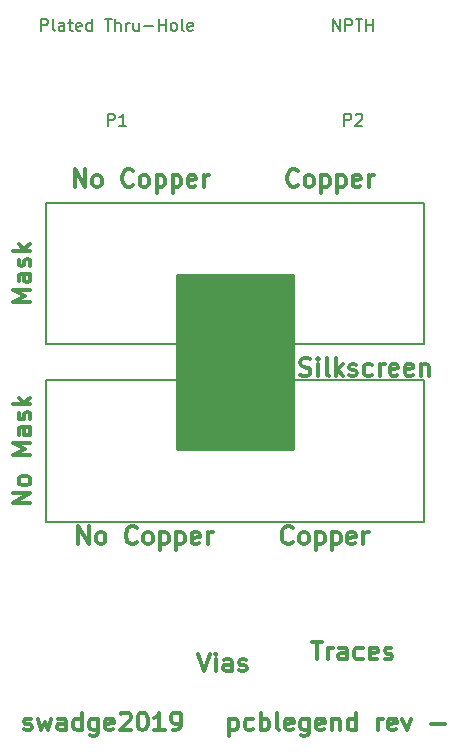
<source format=gto>
G04 #@! TF.FileFunction,Legend,Top*
%FSLAX46Y46*%
G04 Gerber Fmt 4.6, Leading zero omitted, Abs format (unit mm)*
G04 Created by KiCad (PCBNEW 4.0.2+dfsg1-stable) date Tue 20 Nov 2018 02:17:26 PM EST*
%MOMM*%
G01*
G04 APERTURE LIST*
%ADD10C,0.100000*%
%ADD11C,0.300000*%
%ADD12C,0.200000*%
%ADD13C,0.150000*%
%ADD14C,0.254000*%
G04 APERTURE END LIST*
D10*
D11*
X137178573Y-158607143D02*
X137321430Y-158678571D01*
X137607145Y-158678571D01*
X137750002Y-158607143D01*
X137821430Y-158464286D01*
X137821430Y-158392857D01*
X137750002Y-158250000D01*
X137607145Y-158178571D01*
X137392859Y-158178571D01*
X137250002Y-158107143D01*
X137178573Y-157964286D01*
X137178573Y-157892857D01*
X137250002Y-157750000D01*
X137392859Y-157678571D01*
X137607145Y-157678571D01*
X137750002Y-157750000D01*
X138321431Y-157678571D02*
X138607145Y-158678571D01*
X138892859Y-157964286D01*
X139178574Y-158678571D01*
X139464288Y-157678571D01*
X140678574Y-158678571D02*
X140678574Y-157892857D01*
X140607145Y-157750000D01*
X140464288Y-157678571D01*
X140178574Y-157678571D01*
X140035717Y-157750000D01*
X140678574Y-158607143D02*
X140535717Y-158678571D01*
X140178574Y-158678571D01*
X140035717Y-158607143D01*
X139964288Y-158464286D01*
X139964288Y-158321429D01*
X140035717Y-158178571D01*
X140178574Y-158107143D01*
X140535717Y-158107143D01*
X140678574Y-158035714D01*
X142035717Y-158678571D02*
X142035717Y-157178571D01*
X142035717Y-158607143D02*
X141892860Y-158678571D01*
X141607146Y-158678571D01*
X141464288Y-158607143D01*
X141392860Y-158535714D01*
X141321431Y-158392857D01*
X141321431Y-157964286D01*
X141392860Y-157821429D01*
X141464288Y-157750000D01*
X141607146Y-157678571D01*
X141892860Y-157678571D01*
X142035717Y-157750000D01*
X143392860Y-157678571D02*
X143392860Y-158892857D01*
X143321431Y-159035714D01*
X143250003Y-159107143D01*
X143107146Y-159178571D01*
X142892860Y-159178571D01*
X142750003Y-159107143D01*
X143392860Y-158607143D02*
X143250003Y-158678571D01*
X142964289Y-158678571D01*
X142821431Y-158607143D01*
X142750003Y-158535714D01*
X142678574Y-158392857D01*
X142678574Y-157964286D01*
X142750003Y-157821429D01*
X142821431Y-157750000D01*
X142964289Y-157678571D01*
X143250003Y-157678571D01*
X143392860Y-157750000D01*
X144678574Y-158607143D02*
X144535717Y-158678571D01*
X144250003Y-158678571D01*
X144107146Y-158607143D01*
X144035717Y-158464286D01*
X144035717Y-157892857D01*
X144107146Y-157750000D01*
X144250003Y-157678571D01*
X144535717Y-157678571D01*
X144678574Y-157750000D01*
X144750003Y-157892857D01*
X144750003Y-158035714D01*
X144035717Y-158178571D01*
X145321431Y-157321429D02*
X145392860Y-157250000D01*
X145535717Y-157178571D01*
X145892860Y-157178571D01*
X146035717Y-157250000D01*
X146107146Y-157321429D01*
X146178574Y-157464286D01*
X146178574Y-157607143D01*
X146107146Y-157821429D01*
X145250003Y-158678571D01*
X146178574Y-158678571D01*
X147107145Y-157178571D02*
X147250002Y-157178571D01*
X147392859Y-157250000D01*
X147464288Y-157321429D01*
X147535717Y-157464286D01*
X147607145Y-157750000D01*
X147607145Y-158107143D01*
X147535717Y-158392857D01*
X147464288Y-158535714D01*
X147392859Y-158607143D01*
X147250002Y-158678571D01*
X147107145Y-158678571D01*
X146964288Y-158607143D01*
X146892859Y-158535714D01*
X146821431Y-158392857D01*
X146750002Y-158107143D01*
X146750002Y-157750000D01*
X146821431Y-157464286D01*
X146892859Y-157321429D01*
X146964288Y-157250000D01*
X147107145Y-157178571D01*
X149035716Y-158678571D02*
X148178573Y-158678571D01*
X148607145Y-158678571D02*
X148607145Y-157178571D01*
X148464288Y-157392857D01*
X148321430Y-157535714D01*
X148178573Y-157607143D01*
X149750001Y-158678571D02*
X150035716Y-158678571D01*
X150178573Y-158607143D01*
X150250001Y-158535714D01*
X150392859Y-158321429D01*
X150464287Y-158035714D01*
X150464287Y-157464286D01*
X150392859Y-157321429D01*
X150321430Y-157250000D01*
X150178573Y-157178571D01*
X149892859Y-157178571D01*
X149750001Y-157250000D01*
X149678573Y-157321429D01*
X149607144Y-157464286D01*
X149607144Y-157821429D01*
X149678573Y-157964286D01*
X149750001Y-158035714D01*
X149892859Y-158107143D01*
X150178573Y-158107143D01*
X150321430Y-158035714D01*
X150392859Y-157964286D01*
X150464287Y-157821429D01*
X154535715Y-157678571D02*
X154535715Y-159178571D01*
X154535715Y-157750000D02*
X154678572Y-157678571D01*
X154964286Y-157678571D01*
X155107143Y-157750000D01*
X155178572Y-157821429D01*
X155250001Y-157964286D01*
X155250001Y-158392857D01*
X155178572Y-158535714D01*
X155107143Y-158607143D01*
X154964286Y-158678571D01*
X154678572Y-158678571D01*
X154535715Y-158607143D01*
X156535715Y-158607143D02*
X156392858Y-158678571D01*
X156107144Y-158678571D01*
X155964286Y-158607143D01*
X155892858Y-158535714D01*
X155821429Y-158392857D01*
X155821429Y-157964286D01*
X155892858Y-157821429D01*
X155964286Y-157750000D01*
X156107144Y-157678571D01*
X156392858Y-157678571D01*
X156535715Y-157750000D01*
X157178572Y-158678571D02*
X157178572Y-157178571D01*
X157178572Y-157750000D02*
X157321429Y-157678571D01*
X157607143Y-157678571D01*
X157750000Y-157750000D01*
X157821429Y-157821429D01*
X157892858Y-157964286D01*
X157892858Y-158392857D01*
X157821429Y-158535714D01*
X157750000Y-158607143D01*
X157607143Y-158678571D01*
X157321429Y-158678571D01*
X157178572Y-158607143D01*
X158750001Y-158678571D02*
X158607143Y-158607143D01*
X158535715Y-158464286D01*
X158535715Y-157178571D01*
X159892857Y-158607143D02*
X159750000Y-158678571D01*
X159464286Y-158678571D01*
X159321429Y-158607143D01*
X159250000Y-158464286D01*
X159250000Y-157892857D01*
X159321429Y-157750000D01*
X159464286Y-157678571D01*
X159750000Y-157678571D01*
X159892857Y-157750000D01*
X159964286Y-157892857D01*
X159964286Y-158035714D01*
X159250000Y-158178571D01*
X161250000Y-157678571D02*
X161250000Y-158892857D01*
X161178571Y-159035714D01*
X161107143Y-159107143D01*
X160964286Y-159178571D01*
X160750000Y-159178571D01*
X160607143Y-159107143D01*
X161250000Y-158607143D02*
X161107143Y-158678571D01*
X160821429Y-158678571D01*
X160678571Y-158607143D01*
X160607143Y-158535714D01*
X160535714Y-158392857D01*
X160535714Y-157964286D01*
X160607143Y-157821429D01*
X160678571Y-157750000D01*
X160821429Y-157678571D01*
X161107143Y-157678571D01*
X161250000Y-157750000D01*
X162535714Y-158607143D02*
X162392857Y-158678571D01*
X162107143Y-158678571D01*
X161964286Y-158607143D01*
X161892857Y-158464286D01*
X161892857Y-157892857D01*
X161964286Y-157750000D01*
X162107143Y-157678571D01*
X162392857Y-157678571D01*
X162535714Y-157750000D01*
X162607143Y-157892857D01*
X162607143Y-158035714D01*
X161892857Y-158178571D01*
X163250000Y-157678571D02*
X163250000Y-158678571D01*
X163250000Y-157821429D02*
X163321428Y-157750000D01*
X163464286Y-157678571D01*
X163678571Y-157678571D01*
X163821428Y-157750000D01*
X163892857Y-157892857D01*
X163892857Y-158678571D01*
X165250000Y-158678571D02*
X165250000Y-157178571D01*
X165250000Y-158607143D02*
X165107143Y-158678571D01*
X164821429Y-158678571D01*
X164678571Y-158607143D01*
X164607143Y-158535714D01*
X164535714Y-158392857D01*
X164535714Y-157964286D01*
X164607143Y-157821429D01*
X164678571Y-157750000D01*
X164821429Y-157678571D01*
X165107143Y-157678571D01*
X165250000Y-157750000D01*
X167107143Y-158678571D02*
X167107143Y-157678571D01*
X167107143Y-157964286D02*
X167178571Y-157821429D01*
X167250000Y-157750000D01*
X167392857Y-157678571D01*
X167535714Y-157678571D01*
X168607142Y-158607143D02*
X168464285Y-158678571D01*
X168178571Y-158678571D01*
X168035714Y-158607143D01*
X167964285Y-158464286D01*
X167964285Y-157892857D01*
X168035714Y-157750000D01*
X168178571Y-157678571D01*
X168464285Y-157678571D01*
X168607142Y-157750000D01*
X168678571Y-157892857D01*
X168678571Y-158035714D01*
X167964285Y-158178571D01*
X169178571Y-157678571D02*
X169535714Y-158678571D01*
X169892856Y-157678571D01*
X171607142Y-158107143D02*
X172749999Y-158107143D01*
X151857143Y-152178571D02*
X152357143Y-153678571D01*
X152857143Y-152178571D01*
X153357143Y-153678571D02*
X153357143Y-152678571D01*
X153357143Y-152178571D02*
X153285714Y-152250000D01*
X153357143Y-152321429D01*
X153428571Y-152250000D01*
X153357143Y-152178571D01*
X153357143Y-152321429D01*
X154714286Y-153678571D02*
X154714286Y-152892857D01*
X154642857Y-152750000D01*
X154500000Y-152678571D01*
X154214286Y-152678571D01*
X154071429Y-152750000D01*
X154714286Y-153607143D02*
X154571429Y-153678571D01*
X154214286Y-153678571D01*
X154071429Y-153607143D01*
X154000000Y-153464286D01*
X154000000Y-153321429D01*
X154071429Y-153178571D01*
X154214286Y-153107143D01*
X154571429Y-153107143D01*
X154714286Y-153035714D01*
X155357143Y-153607143D02*
X155500000Y-153678571D01*
X155785715Y-153678571D01*
X155928572Y-153607143D01*
X156000000Y-153464286D01*
X156000000Y-153392857D01*
X155928572Y-153250000D01*
X155785715Y-153178571D01*
X155571429Y-153178571D01*
X155428572Y-153107143D01*
X155357143Y-152964286D01*
X155357143Y-152892857D01*
X155428572Y-152750000D01*
X155571429Y-152678571D01*
X155785715Y-152678571D01*
X155928572Y-152750000D01*
X161535715Y-151178571D02*
X162392858Y-151178571D01*
X161964287Y-152678571D02*
X161964287Y-151178571D01*
X162892858Y-152678571D02*
X162892858Y-151678571D01*
X162892858Y-151964286D02*
X162964286Y-151821429D01*
X163035715Y-151750000D01*
X163178572Y-151678571D01*
X163321429Y-151678571D01*
X164464286Y-152678571D02*
X164464286Y-151892857D01*
X164392857Y-151750000D01*
X164250000Y-151678571D01*
X163964286Y-151678571D01*
X163821429Y-151750000D01*
X164464286Y-152607143D02*
X164321429Y-152678571D01*
X163964286Y-152678571D01*
X163821429Y-152607143D01*
X163750000Y-152464286D01*
X163750000Y-152321429D01*
X163821429Y-152178571D01*
X163964286Y-152107143D01*
X164321429Y-152107143D01*
X164464286Y-152035714D01*
X165821429Y-152607143D02*
X165678572Y-152678571D01*
X165392858Y-152678571D01*
X165250000Y-152607143D01*
X165178572Y-152535714D01*
X165107143Y-152392857D01*
X165107143Y-151964286D01*
X165178572Y-151821429D01*
X165250000Y-151750000D01*
X165392858Y-151678571D01*
X165678572Y-151678571D01*
X165821429Y-151750000D01*
X167035714Y-152607143D02*
X166892857Y-152678571D01*
X166607143Y-152678571D01*
X166464286Y-152607143D01*
X166392857Y-152464286D01*
X166392857Y-151892857D01*
X166464286Y-151750000D01*
X166607143Y-151678571D01*
X166892857Y-151678571D01*
X167035714Y-151750000D01*
X167107143Y-151892857D01*
X167107143Y-152035714D01*
X166392857Y-152178571D01*
X167678571Y-152607143D02*
X167821428Y-152678571D01*
X168107143Y-152678571D01*
X168250000Y-152607143D01*
X168321428Y-152464286D01*
X168321428Y-152392857D01*
X168250000Y-152250000D01*
X168107143Y-152178571D01*
X167892857Y-152178571D01*
X167750000Y-152107143D01*
X167678571Y-151964286D01*
X167678571Y-151892857D01*
X167750000Y-151750000D01*
X167892857Y-151678571D01*
X168107143Y-151678571D01*
X168250000Y-151750000D01*
X141428572Y-112678571D02*
X141428572Y-111178571D01*
X142285715Y-112678571D01*
X142285715Y-111178571D01*
X143214287Y-112678571D02*
X143071429Y-112607143D01*
X143000001Y-112535714D01*
X142928572Y-112392857D01*
X142928572Y-111964286D01*
X143000001Y-111821429D01*
X143071429Y-111750000D01*
X143214287Y-111678571D01*
X143428572Y-111678571D01*
X143571429Y-111750000D01*
X143642858Y-111821429D01*
X143714287Y-111964286D01*
X143714287Y-112392857D01*
X143642858Y-112535714D01*
X143571429Y-112607143D01*
X143428572Y-112678571D01*
X143214287Y-112678571D01*
X146357144Y-112535714D02*
X146285715Y-112607143D01*
X146071429Y-112678571D01*
X145928572Y-112678571D01*
X145714287Y-112607143D01*
X145571429Y-112464286D01*
X145500001Y-112321429D01*
X145428572Y-112035714D01*
X145428572Y-111821429D01*
X145500001Y-111535714D01*
X145571429Y-111392857D01*
X145714287Y-111250000D01*
X145928572Y-111178571D01*
X146071429Y-111178571D01*
X146285715Y-111250000D01*
X146357144Y-111321429D01*
X147214287Y-112678571D02*
X147071429Y-112607143D01*
X147000001Y-112535714D01*
X146928572Y-112392857D01*
X146928572Y-111964286D01*
X147000001Y-111821429D01*
X147071429Y-111750000D01*
X147214287Y-111678571D01*
X147428572Y-111678571D01*
X147571429Y-111750000D01*
X147642858Y-111821429D01*
X147714287Y-111964286D01*
X147714287Y-112392857D01*
X147642858Y-112535714D01*
X147571429Y-112607143D01*
X147428572Y-112678571D01*
X147214287Y-112678571D01*
X148357144Y-111678571D02*
X148357144Y-113178571D01*
X148357144Y-111750000D02*
X148500001Y-111678571D01*
X148785715Y-111678571D01*
X148928572Y-111750000D01*
X149000001Y-111821429D01*
X149071430Y-111964286D01*
X149071430Y-112392857D01*
X149000001Y-112535714D01*
X148928572Y-112607143D01*
X148785715Y-112678571D01*
X148500001Y-112678571D01*
X148357144Y-112607143D01*
X149714287Y-111678571D02*
X149714287Y-113178571D01*
X149714287Y-111750000D02*
X149857144Y-111678571D01*
X150142858Y-111678571D01*
X150285715Y-111750000D01*
X150357144Y-111821429D01*
X150428573Y-111964286D01*
X150428573Y-112392857D01*
X150357144Y-112535714D01*
X150285715Y-112607143D01*
X150142858Y-112678571D01*
X149857144Y-112678571D01*
X149714287Y-112607143D01*
X151642858Y-112607143D02*
X151500001Y-112678571D01*
X151214287Y-112678571D01*
X151071430Y-112607143D01*
X151000001Y-112464286D01*
X151000001Y-111892857D01*
X151071430Y-111750000D01*
X151214287Y-111678571D01*
X151500001Y-111678571D01*
X151642858Y-111750000D01*
X151714287Y-111892857D01*
X151714287Y-112035714D01*
X151000001Y-112178571D01*
X152357144Y-112678571D02*
X152357144Y-111678571D01*
X152357144Y-111964286D02*
X152428572Y-111821429D01*
X152500001Y-111750000D01*
X152642858Y-111678571D01*
X152785715Y-111678571D01*
X160321429Y-112535714D02*
X160250000Y-112607143D01*
X160035714Y-112678571D01*
X159892857Y-112678571D01*
X159678572Y-112607143D01*
X159535714Y-112464286D01*
X159464286Y-112321429D01*
X159392857Y-112035714D01*
X159392857Y-111821429D01*
X159464286Y-111535714D01*
X159535714Y-111392857D01*
X159678572Y-111250000D01*
X159892857Y-111178571D01*
X160035714Y-111178571D01*
X160250000Y-111250000D01*
X160321429Y-111321429D01*
X161178572Y-112678571D02*
X161035714Y-112607143D01*
X160964286Y-112535714D01*
X160892857Y-112392857D01*
X160892857Y-111964286D01*
X160964286Y-111821429D01*
X161035714Y-111750000D01*
X161178572Y-111678571D01*
X161392857Y-111678571D01*
X161535714Y-111750000D01*
X161607143Y-111821429D01*
X161678572Y-111964286D01*
X161678572Y-112392857D01*
X161607143Y-112535714D01*
X161535714Y-112607143D01*
X161392857Y-112678571D01*
X161178572Y-112678571D01*
X162321429Y-111678571D02*
X162321429Y-113178571D01*
X162321429Y-111750000D02*
X162464286Y-111678571D01*
X162750000Y-111678571D01*
X162892857Y-111750000D01*
X162964286Y-111821429D01*
X163035715Y-111964286D01*
X163035715Y-112392857D01*
X162964286Y-112535714D01*
X162892857Y-112607143D01*
X162750000Y-112678571D01*
X162464286Y-112678571D01*
X162321429Y-112607143D01*
X163678572Y-111678571D02*
X163678572Y-113178571D01*
X163678572Y-111750000D02*
X163821429Y-111678571D01*
X164107143Y-111678571D01*
X164250000Y-111750000D01*
X164321429Y-111821429D01*
X164392858Y-111964286D01*
X164392858Y-112392857D01*
X164321429Y-112535714D01*
X164250000Y-112607143D01*
X164107143Y-112678571D01*
X163821429Y-112678571D01*
X163678572Y-112607143D01*
X165607143Y-112607143D02*
X165464286Y-112678571D01*
X165178572Y-112678571D01*
X165035715Y-112607143D01*
X164964286Y-112464286D01*
X164964286Y-111892857D01*
X165035715Y-111750000D01*
X165178572Y-111678571D01*
X165464286Y-111678571D01*
X165607143Y-111750000D01*
X165678572Y-111892857D01*
X165678572Y-112035714D01*
X164964286Y-112178571D01*
X166321429Y-112678571D02*
X166321429Y-111678571D01*
X166321429Y-111964286D02*
X166392857Y-111821429D01*
X166464286Y-111750000D01*
X166607143Y-111678571D01*
X166750000Y-111678571D01*
X159881429Y-142775714D02*
X159810000Y-142847143D01*
X159595714Y-142918571D01*
X159452857Y-142918571D01*
X159238572Y-142847143D01*
X159095714Y-142704286D01*
X159024286Y-142561429D01*
X158952857Y-142275714D01*
X158952857Y-142061429D01*
X159024286Y-141775714D01*
X159095714Y-141632857D01*
X159238572Y-141490000D01*
X159452857Y-141418571D01*
X159595714Y-141418571D01*
X159810000Y-141490000D01*
X159881429Y-141561429D01*
X160738572Y-142918571D02*
X160595714Y-142847143D01*
X160524286Y-142775714D01*
X160452857Y-142632857D01*
X160452857Y-142204286D01*
X160524286Y-142061429D01*
X160595714Y-141990000D01*
X160738572Y-141918571D01*
X160952857Y-141918571D01*
X161095714Y-141990000D01*
X161167143Y-142061429D01*
X161238572Y-142204286D01*
X161238572Y-142632857D01*
X161167143Y-142775714D01*
X161095714Y-142847143D01*
X160952857Y-142918571D01*
X160738572Y-142918571D01*
X161881429Y-141918571D02*
X161881429Y-143418571D01*
X161881429Y-141990000D02*
X162024286Y-141918571D01*
X162310000Y-141918571D01*
X162452857Y-141990000D01*
X162524286Y-142061429D01*
X162595715Y-142204286D01*
X162595715Y-142632857D01*
X162524286Y-142775714D01*
X162452857Y-142847143D01*
X162310000Y-142918571D01*
X162024286Y-142918571D01*
X161881429Y-142847143D01*
X163238572Y-141918571D02*
X163238572Y-143418571D01*
X163238572Y-141990000D02*
X163381429Y-141918571D01*
X163667143Y-141918571D01*
X163810000Y-141990000D01*
X163881429Y-142061429D01*
X163952858Y-142204286D01*
X163952858Y-142632857D01*
X163881429Y-142775714D01*
X163810000Y-142847143D01*
X163667143Y-142918571D01*
X163381429Y-142918571D01*
X163238572Y-142847143D01*
X165167143Y-142847143D02*
X165024286Y-142918571D01*
X164738572Y-142918571D01*
X164595715Y-142847143D01*
X164524286Y-142704286D01*
X164524286Y-142132857D01*
X164595715Y-141990000D01*
X164738572Y-141918571D01*
X165024286Y-141918571D01*
X165167143Y-141990000D01*
X165238572Y-142132857D01*
X165238572Y-142275714D01*
X164524286Y-142418571D01*
X165881429Y-142918571D02*
X165881429Y-141918571D01*
X165881429Y-142204286D02*
X165952857Y-142061429D01*
X166024286Y-141990000D01*
X166167143Y-141918571D01*
X166310000Y-141918571D01*
X141748572Y-142918571D02*
X141748572Y-141418571D01*
X142605715Y-142918571D01*
X142605715Y-141418571D01*
X143534287Y-142918571D02*
X143391429Y-142847143D01*
X143320001Y-142775714D01*
X143248572Y-142632857D01*
X143248572Y-142204286D01*
X143320001Y-142061429D01*
X143391429Y-141990000D01*
X143534287Y-141918571D01*
X143748572Y-141918571D01*
X143891429Y-141990000D01*
X143962858Y-142061429D01*
X144034287Y-142204286D01*
X144034287Y-142632857D01*
X143962858Y-142775714D01*
X143891429Y-142847143D01*
X143748572Y-142918571D01*
X143534287Y-142918571D01*
X146677144Y-142775714D02*
X146605715Y-142847143D01*
X146391429Y-142918571D01*
X146248572Y-142918571D01*
X146034287Y-142847143D01*
X145891429Y-142704286D01*
X145820001Y-142561429D01*
X145748572Y-142275714D01*
X145748572Y-142061429D01*
X145820001Y-141775714D01*
X145891429Y-141632857D01*
X146034287Y-141490000D01*
X146248572Y-141418571D01*
X146391429Y-141418571D01*
X146605715Y-141490000D01*
X146677144Y-141561429D01*
X147534287Y-142918571D02*
X147391429Y-142847143D01*
X147320001Y-142775714D01*
X147248572Y-142632857D01*
X147248572Y-142204286D01*
X147320001Y-142061429D01*
X147391429Y-141990000D01*
X147534287Y-141918571D01*
X147748572Y-141918571D01*
X147891429Y-141990000D01*
X147962858Y-142061429D01*
X148034287Y-142204286D01*
X148034287Y-142632857D01*
X147962858Y-142775714D01*
X147891429Y-142847143D01*
X147748572Y-142918571D01*
X147534287Y-142918571D01*
X148677144Y-141918571D02*
X148677144Y-143418571D01*
X148677144Y-141990000D02*
X148820001Y-141918571D01*
X149105715Y-141918571D01*
X149248572Y-141990000D01*
X149320001Y-142061429D01*
X149391430Y-142204286D01*
X149391430Y-142632857D01*
X149320001Y-142775714D01*
X149248572Y-142847143D01*
X149105715Y-142918571D01*
X148820001Y-142918571D01*
X148677144Y-142847143D01*
X150034287Y-141918571D02*
X150034287Y-143418571D01*
X150034287Y-141990000D02*
X150177144Y-141918571D01*
X150462858Y-141918571D01*
X150605715Y-141990000D01*
X150677144Y-142061429D01*
X150748573Y-142204286D01*
X150748573Y-142632857D01*
X150677144Y-142775714D01*
X150605715Y-142847143D01*
X150462858Y-142918571D01*
X150177144Y-142918571D01*
X150034287Y-142847143D01*
X151962858Y-142847143D02*
X151820001Y-142918571D01*
X151534287Y-142918571D01*
X151391430Y-142847143D01*
X151320001Y-142704286D01*
X151320001Y-142132857D01*
X151391430Y-141990000D01*
X151534287Y-141918571D01*
X151820001Y-141918571D01*
X151962858Y-141990000D01*
X152034287Y-142132857D01*
X152034287Y-142275714D01*
X151320001Y-142418571D01*
X152677144Y-142918571D02*
X152677144Y-141918571D01*
X152677144Y-142204286D02*
X152748572Y-142061429D01*
X152820001Y-141990000D01*
X152962858Y-141918571D01*
X153105715Y-141918571D01*
X160535715Y-128607143D02*
X160750001Y-128678571D01*
X161107144Y-128678571D01*
X161250001Y-128607143D01*
X161321430Y-128535714D01*
X161392858Y-128392857D01*
X161392858Y-128250000D01*
X161321430Y-128107143D01*
X161250001Y-128035714D01*
X161107144Y-127964286D01*
X160821430Y-127892857D01*
X160678572Y-127821429D01*
X160607144Y-127750000D01*
X160535715Y-127607143D01*
X160535715Y-127464286D01*
X160607144Y-127321429D01*
X160678572Y-127250000D01*
X160821430Y-127178571D01*
X161178572Y-127178571D01*
X161392858Y-127250000D01*
X162035715Y-128678571D02*
X162035715Y-127678571D01*
X162035715Y-127178571D02*
X161964286Y-127250000D01*
X162035715Y-127321429D01*
X162107143Y-127250000D01*
X162035715Y-127178571D01*
X162035715Y-127321429D01*
X162964287Y-128678571D02*
X162821429Y-128607143D01*
X162750001Y-128464286D01*
X162750001Y-127178571D01*
X163535715Y-128678571D02*
X163535715Y-127178571D01*
X163678572Y-128107143D02*
X164107143Y-128678571D01*
X164107143Y-127678571D02*
X163535715Y-128250000D01*
X164678572Y-128607143D02*
X164821429Y-128678571D01*
X165107144Y-128678571D01*
X165250001Y-128607143D01*
X165321429Y-128464286D01*
X165321429Y-128392857D01*
X165250001Y-128250000D01*
X165107144Y-128178571D01*
X164892858Y-128178571D01*
X164750001Y-128107143D01*
X164678572Y-127964286D01*
X164678572Y-127892857D01*
X164750001Y-127750000D01*
X164892858Y-127678571D01*
X165107144Y-127678571D01*
X165250001Y-127750000D01*
X166607144Y-128607143D02*
X166464287Y-128678571D01*
X166178573Y-128678571D01*
X166035715Y-128607143D01*
X165964287Y-128535714D01*
X165892858Y-128392857D01*
X165892858Y-127964286D01*
X165964287Y-127821429D01*
X166035715Y-127750000D01*
X166178573Y-127678571D01*
X166464287Y-127678571D01*
X166607144Y-127750000D01*
X167250001Y-128678571D02*
X167250001Y-127678571D01*
X167250001Y-127964286D02*
X167321429Y-127821429D01*
X167392858Y-127750000D01*
X167535715Y-127678571D01*
X167678572Y-127678571D01*
X168750000Y-128607143D02*
X168607143Y-128678571D01*
X168321429Y-128678571D01*
X168178572Y-128607143D01*
X168107143Y-128464286D01*
X168107143Y-127892857D01*
X168178572Y-127750000D01*
X168321429Y-127678571D01*
X168607143Y-127678571D01*
X168750000Y-127750000D01*
X168821429Y-127892857D01*
X168821429Y-128035714D01*
X168107143Y-128178571D01*
X170035714Y-128607143D02*
X169892857Y-128678571D01*
X169607143Y-128678571D01*
X169464286Y-128607143D01*
X169392857Y-128464286D01*
X169392857Y-127892857D01*
X169464286Y-127750000D01*
X169607143Y-127678571D01*
X169892857Y-127678571D01*
X170035714Y-127750000D01*
X170107143Y-127892857D01*
X170107143Y-128035714D01*
X169392857Y-128178571D01*
X170750000Y-127678571D02*
X170750000Y-128678571D01*
X170750000Y-127821429D02*
X170821428Y-127750000D01*
X170964286Y-127678571D01*
X171178571Y-127678571D01*
X171321428Y-127750000D01*
X171392857Y-127892857D01*
X171392857Y-128678571D01*
X137678571Y-139428572D02*
X136178571Y-139428572D01*
X137678571Y-138571429D01*
X136178571Y-138571429D01*
X137678571Y-137642857D02*
X137607143Y-137785715D01*
X137535714Y-137857143D01*
X137392857Y-137928572D01*
X136964286Y-137928572D01*
X136821429Y-137857143D01*
X136750000Y-137785715D01*
X136678571Y-137642857D01*
X136678571Y-137428572D01*
X136750000Y-137285715D01*
X136821429Y-137214286D01*
X136964286Y-137142857D01*
X137392857Y-137142857D01*
X137535714Y-137214286D01*
X137607143Y-137285715D01*
X137678571Y-137428572D01*
X137678571Y-137642857D01*
X137678571Y-135357143D02*
X136178571Y-135357143D01*
X137250000Y-134857143D01*
X136178571Y-134357143D01*
X137678571Y-134357143D01*
X137678571Y-133000000D02*
X136892857Y-133000000D01*
X136750000Y-133071429D01*
X136678571Y-133214286D01*
X136678571Y-133500000D01*
X136750000Y-133642857D01*
X137607143Y-133000000D02*
X137678571Y-133142857D01*
X137678571Y-133500000D01*
X137607143Y-133642857D01*
X137464286Y-133714286D01*
X137321429Y-133714286D01*
X137178571Y-133642857D01*
X137107143Y-133500000D01*
X137107143Y-133142857D01*
X137035714Y-133000000D01*
X137607143Y-132357143D02*
X137678571Y-132214286D01*
X137678571Y-131928571D01*
X137607143Y-131785714D01*
X137464286Y-131714286D01*
X137392857Y-131714286D01*
X137250000Y-131785714D01*
X137178571Y-131928571D01*
X137178571Y-132142857D01*
X137107143Y-132285714D01*
X136964286Y-132357143D01*
X136892857Y-132357143D01*
X136750000Y-132285714D01*
X136678571Y-132142857D01*
X136678571Y-131928571D01*
X136750000Y-131785714D01*
X137678571Y-131071428D02*
X136178571Y-131071428D01*
X137107143Y-130928571D02*
X137678571Y-130500000D01*
X136678571Y-130500000D02*
X137250000Y-131071428D01*
X137678571Y-122392857D02*
X136178571Y-122392857D01*
X137250000Y-121892857D01*
X136178571Y-121392857D01*
X137678571Y-121392857D01*
X137678571Y-120035714D02*
X136892857Y-120035714D01*
X136750000Y-120107143D01*
X136678571Y-120250000D01*
X136678571Y-120535714D01*
X136750000Y-120678571D01*
X137607143Y-120035714D02*
X137678571Y-120178571D01*
X137678571Y-120535714D01*
X137607143Y-120678571D01*
X137464286Y-120750000D01*
X137321429Y-120750000D01*
X137178571Y-120678571D01*
X137107143Y-120535714D01*
X137107143Y-120178571D01*
X137035714Y-120035714D01*
X137607143Y-119392857D02*
X137678571Y-119250000D01*
X137678571Y-118964285D01*
X137607143Y-118821428D01*
X137464286Y-118750000D01*
X137392857Y-118750000D01*
X137250000Y-118821428D01*
X137178571Y-118964285D01*
X137178571Y-119178571D01*
X137107143Y-119321428D01*
X136964286Y-119392857D01*
X136892857Y-119392857D01*
X136750000Y-119321428D01*
X136678571Y-119178571D01*
X136678571Y-118964285D01*
X136750000Y-118821428D01*
X137678571Y-118107142D02*
X136178571Y-118107142D01*
X137107143Y-117964285D02*
X137678571Y-117535714D01*
X136678571Y-117535714D02*
X137250000Y-118107142D01*
D12*
X139000000Y-141000000D02*
X139000000Y-129000000D01*
X171000000Y-141000000D02*
X139000000Y-141000000D01*
X171000000Y-129000000D02*
X171000000Y-141000000D01*
X139000000Y-129000000D02*
X171000000Y-129000000D01*
X139000000Y-114000000D02*
X139000000Y-126000000D01*
X171000000Y-114000000D02*
X139000000Y-114000000D01*
X171000000Y-126000000D02*
X171000000Y-114000000D01*
X139000000Y-126000000D02*
X171000000Y-126000000D01*
D13*
X144261905Y-107484381D02*
X144261905Y-106484381D01*
X144642858Y-106484381D01*
X144738096Y-106532000D01*
X144785715Y-106579619D01*
X144833334Y-106674857D01*
X144833334Y-106817714D01*
X144785715Y-106912952D01*
X144738096Y-106960571D01*
X144642858Y-107008190D01*
X144261905Y-107008190D01*
X145785715Y-107484381D02*
X145214286Y-107484381D01*
X145500000Y-107484381D02*
X145500000Y-106484381D01*
X145404762Y-106627238D01*
X145309524Y-106722476D01*
X145214286Y-106770095D01*
X138595237Y-99452381D02*
X138595237Y-98452381D01*
X138976190Y-98452381D01*
X139071428Y-98500000D01*
X139119047Y-98547619D01*
X139166666Y-98642857D01*
X139166666Y-98785714D01*
X139119047Y-98880952D01*
X139071428Y-98928571D01*
X138976190Y-98976190D01*
X138595237Y-98976190D01*
X139738094Y-99452381D02*
X139642856Y-99404762D01*
X139595237Y-99309524D01*
X139595237Y-98452381D01*
X140547619Y-99452381D02*
X140547619Y-98928571D01*
X140500000Y-98833333D01*
X140404762Y-98785714D01*
X140214285Y-98785714D01*
X140119047Y-98833333D01*
X140547619Y-99404762D02*
X140452381Y-99452381D01*
X140214285Y-99452381D01*
X140119047Y-99404762D01*
X140071428Y-99309524D01*
X140071428Y-99214286D01*
X140119047Y-99119048D01*
X140214285Y-99071429D01*
X140452381Y-99071429D01*
X140547619Y-99023810D01*
X140880952Y-98785714D02*
X141261904Y-98785714D01*
X141023809Y-98452381D02*
X141023809Y-99309524D01*
X141071428Y-99404762D01*
X141166666Y-99452381D01*
X141261904Y-99452381D01*
X141976191Y-99404762D02*
X141880953Y-99452381D01*
X141690476Y-99452381D01*
X141595238Y-99404762D01*
X141547619Y-99309524D01*
X141547619Y-98928571D01*
X141595238Y-98833333D01*
X141690476Y-98785714D01*
X141880953Y-98785714D01*
X141976191Y-98833333D01*
X142023810Y-98928571D01*
X142023810Y-99023810D01*
X141547619Y-99119048D01*
X142880953Y-99452381D02*
X142880953Y-98452381D01*
X142880953Y-99404762D02*
X142785715Y-99452381D01*
X142595238Y-99452381D01*
X142500000Y-99404762D01*
X142452381Y-99357143D01*
X142404762Y-99261905D01*
X142404762Y-98976190D01*
X142452381Y-98880952D01*
X142500000Y-98833333D01*
X142595238Y-98785714D01*
X142785715Y-98785714D01*
X142880953Y-98833333D01*
X143976191Y-98452381D02*
X144547620Y-98452381D01*
X144261905Y-99452381D02*
X144261905Y-98452381D01*
X144880953Y-99452381D02*
X144880953Y-98452381D01*
X145309525Y-99452381D02*
X145309525Y-98928571D01*
X145261906Y-98833333D01*
X145166668Y-98785714D01*
X145023810Y-98785714D01*
X144928572Y-98833333D01*
X144880953Y-98880952D01*
X145785715Y-99452381D02*
X145785715Y-98785714D01*
X145785715Y-98976190D02*
X145833334Y-98880952D01*
X145880953Y-98833333D01*
X145976191Y-98785714D01*
X146071430Y-98785714D01*
X146833335Y-98785714D02*
X146833335Y-99452381D01*
X146404763Y-98785714D02*
X146404763Y-99309524D01*
X146452382Y-99404762D01*
X146547620Y-99452381D01*
X146690478Y-99452381D01*
X146785716Y-99404762D01*
X146833335Y-99357143D01*
X147309525Y-99071429D02*
X148071430Y-99071429D01*
X148547620Y-99452381D02*
X148547620Y-98452381D01*
X148547620Y-98928571D02*
X149119049Y-98928571D01*
X149119049Y-99452381D02*
X149119049Y-98452381D01*
X149738096Y-99452381D02*
X149642858Y-99404762D01*
X149595239Y-99357143D01*
X149547620Y-99261905D01*
X149547620Y-98976190D01*
X149595239Y-98880952D01*
X149642858Y-98833333D01*
X149738096Y-98785714D01*
X149880954Y-98785714D01*
X149976192Y-98833333D01*
X150023811Y-98880952D01*
X150071430Y-98976190D01*
X150071430Y-99261905D01*
X150023811Y-99357143D01*
X149976192Y-99404762D01*
X149880954Y-99452381D01*
X149738096Y-99452381D01*
X150642858Y-99452381D02*
X150547620Y-99404762D01*
X150500001Y-99309524D01*
X150500001Y-98452381D01*
X151404764Y-99404762D02*
X151309526Y-99452381D01*
X151119049Y-99452381D01*
X151023811Y-99404762D01*
X150976192Y-99309524D01*
X150976192Y-98928571D01*
X151023811Y-98833333D01*
X151119049Y-98785714D01*
X151309526Y-98785714D01*
X151404764Y-98833333D01*
X151452383Y-98928571D01*
X151452383Y-99023810D01*
X150976192Y-99119048D01*
X164261905Y-107484381D02*
X164261905Y-106484381D01*
X164642858Y-106484381D01*
X164738096Y-106532000D01*
X164785715Y-106579619D01*
X164833334Y-106674857D01*
X164833334Y-106817714D01*
X164785715Y-106912952D01*
X164738096Y-106960571D01*
X164642858Y-107008190D01*
X164261905Y-107008190D01*
X165214286Y-106579619D02*
X165261905Y-106532000D01*
X165357143Y-106484381D01*
X165595239Y-106484381D01*
X165690477Y-106532000D01*
X165738096Y-106579619D01*
X165785715Y-106674857D01*
X165785715Y-106770095D01*
X165738096Y-106912952D01*
X165166667Y-107484381D01*
X165785715Y-107484381D01*
X163309524Y-99452381D02*
X163309524Y-98452381D01*
X163880953Y-99452381D01*
X163880953Y-98452381D01*
X164357143Y-99452381D02*
X164357143Y-98452381D01*
X164738096Y-98452381D01*
X164833334Y-98500000D01*
X164880953Y-98547619D01*
X164928572Y-98642857D01*
X164928572Y-98785714D01*
X164880953Y-98880952D01*
X164833334Y-98928571D01*
X164738096Y-98976190D01*
X164357143Y-98976190D01*
X165214286Y-98452381D02*
X165785715Y-98452381D01*
X165500000Y-99452381D02*
X165500000Y-98452381D01*
X166119048Y-99452381D02*
X166119048Y-98452381D01*
X166119048Y-98928571D02*
X166690477Y-98928571D01*
X166690477Y-99452381D02*
X166690477Y-98452381D01*
D14*
G36*
X159873000Y-134873000D02*
X150127000Y-134873000D01*
X150127000Y-120127000D01*
X159873000Y-120127000D01*
X159873000Y-134873000D01*
X159873000Y-134873000D01*
G37*
X159873000Y-134873000D02*
X150127000Y-134873000D01*
X150127000Y-120127000D01*
X159873000Y-120127000D01*
X159873000Y-134873000D01*
M02*

</source>
